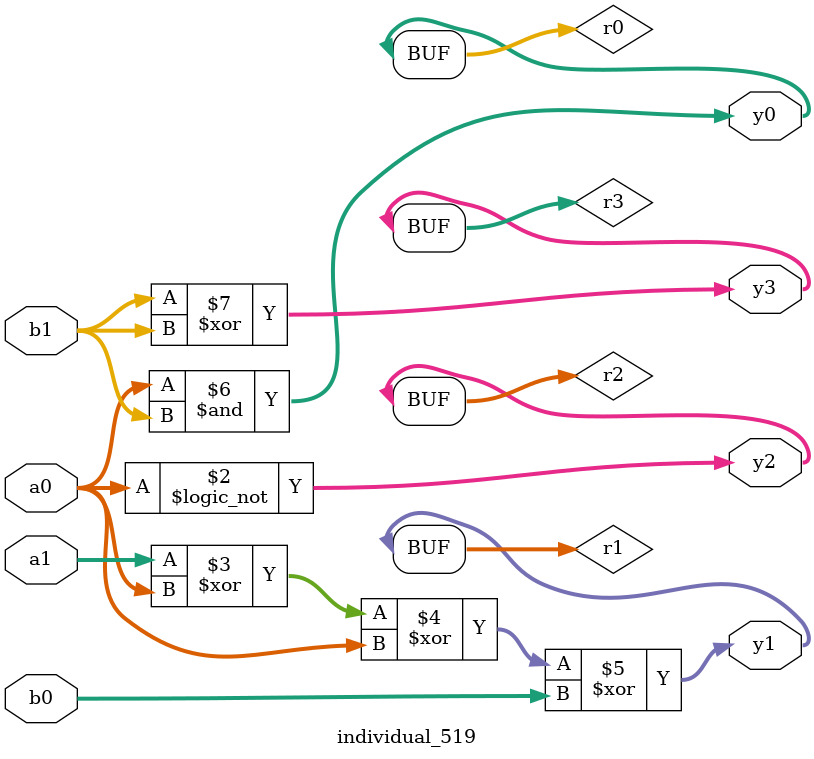
<source format=sv>
module individual_519(input logic [15:0] a1, input logic [15:0] a0, input logic [15:0] b1, input logic [15:0] b0, output logic [15:0] y3, output logic [15:0] y2, output logic [15:0] y1, output logic [15:0] y0);
logic [15:0] r0, r1, r2, r3; 
 always@(*) begin 
	 r0 = a0; r1 = a1; r2 = b0; r3 = b1; 
 	 r2 = ! a0 ;
 	 r1  ^=  a0 ;
 	 r1  ^=  r0 ;
 	 r1  ^=  b0 ;
 	 r0  &=  r3 ;
 	 r3  ^=  b1 ;
 	 y3 = r3; y2 = r2; y1 = r1; y0 = r0; 
end
endmodule
</source>
